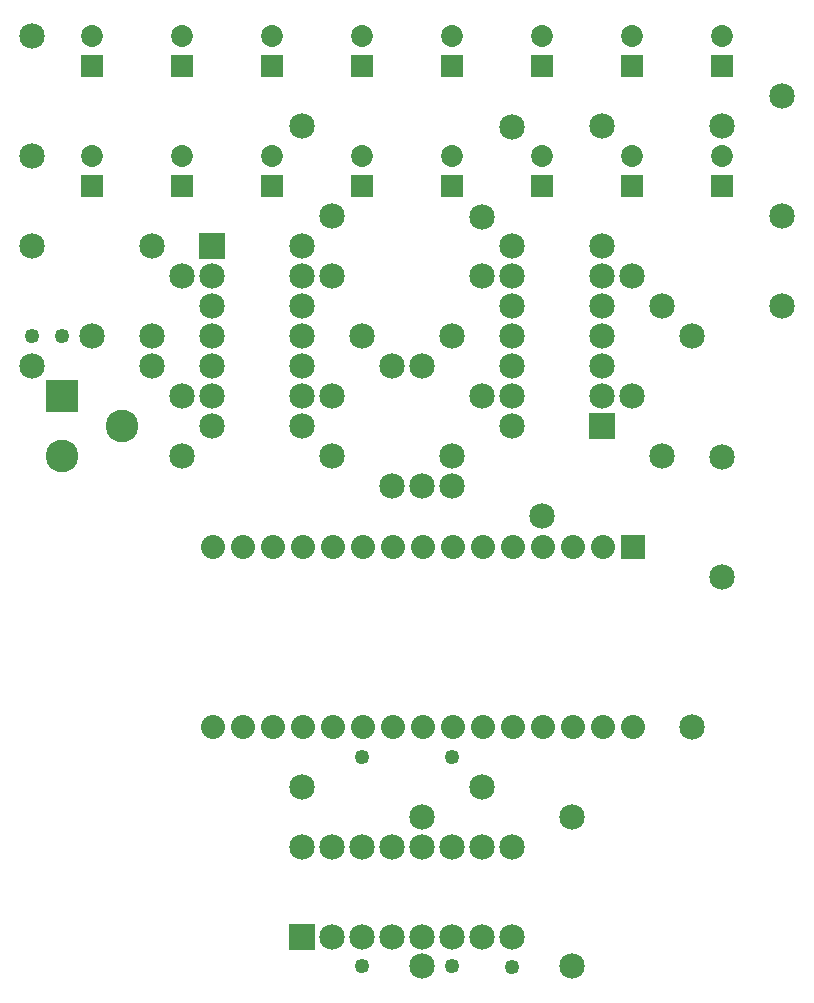
<source format=gbs>
G04 MADE WITH FRITZING*
G04 WWW.FRITZING.ORG*
G04 DOUBLE SIDED*
G04 HOLES PLATED*
G04 CONTOUR ON CENTER OF CONTOUR VECTOR*
%ASAXBY*%
%FSLAX23Y23*%
%MOIN*%
%OFA0B0*%
%SFA1.0B1.0*%
%ADD10C,0.080000*%
%ADD11C,0.085000*%
%ADD12C,0.072992*%
%ADD13C,0.109000*%
%ADD14C,0.049370*%
%ADD15R,0.080000X0.079972*%
%ADD16R,0.085000X0.085000*%
%ADD17R,0.072992X0.072992*%
%ADD18R,0.109000X0.109000*%
%LNMASK0*%
G90*
G70*
G54D10*
X2068Y1646D03*
X1968Y1646D03*
X1868Y1646D03*
X1768Y1646D03*
X1668Y1646D03*
X1568Y1646D03*
X1468Y1646D03*
X1368Y1646D03*
X1268Y1646D03*
X1168Y1646D03*
X1068Y1646D03*
X968Y1646D03*
X868Y1646D03*
X768Y1646D03*
X668Y1646D03*
X2068Y1046D03*
X1968Y1046D03*
X1868Y1046D03*
X1768Y1046D03*
X1668Y1046D03*
X1568Y1046D03*
X1468Y1046D03*
X1368Y1046D03*
X1268Y1046D03*
X1168Y1046D03*
X1068Y1046D03*
X968Y1046D03*
X868Y1046D03*
X768Y1046D03*
X668Y1046D03*
G54D11*
X967Y346D03*
X967Y646D03*
X1067Y346D03*
X1067Y646D03*
X1167Y346D03*
X1167Y646D03*
X1267Y346D03*
X1267Y646D03*
X1367Y346D03*
X1367Y646D03*
X1467Y346D03*
X1467Y646D03*
X1567Y346D03*
X1567Y646D03*
X1667Y346D03*
X1667Y646D03*
G54D12*
X266Y3249D03*
X266Y3347D03*
X566Y3249D03*
X566Y3347D03*
X866Y3249D03*
X866Y3347D03*
X1166Y3249D03*
X1166Y3347D03*
X1466Y3249D03*
X1466Y3347D03*
X1766Y3249D03*
X1766Y3347D03*
X2066Y3249D03*
X2066Y3347D03*
X2366Y3249D03*
X2366Y3347D03*
X1766Y2849D03*
X1766Y2947D03*
X566Y2849D03*
X566Y2947D03*
X1166Y2849D03*
X1166Y2947D03*
X2366Y2849D03*
X2366Y2947D03*
X2066Y2849D03*
X2066Y2947D03*
X1466Y2849D03*
X1466Y2947D03*
X866Y2849D03*
X866Y2947D03*
X266Y2849D03*
X266Y2947D03*
G54D11*
X666Y2647D03*
X666Y2547D03*
X666Y2447D03*
X666Y2347D03*
X666Y2247D03*
X666Y2147D03*
X666Y2047D03*
X966Y2047D03*
X966Y2147D03*
X966Y2247D03*
X966Y2347D03*
X966Y2447D03*
X966Y2547D03*
X966Y2647D03*
X1966Y2047D03*
X1966Y2147D03*
X1966Y2247D03*
X1966Y2347D03*
X1966Y2447D03*
X1966Y2547D03*
X1966Y2647D03*
X1666Y2647D03*
X1666Y2547D03*
X1666Y2447D03*
X1666Y2347D03*
X1666Y2247D03*
X1666Y2147D03*
X1666Y2047D03*
G54D13*
X166Y1947D03*
X166Y2147D03*
X366Y2047D03*
G54D11*
X566Y2547D03*
X566Y2147D03*
X1566Y2547D03*
X1566Y2147D03*
X1066Y2547D03*
X1066Y2147D03*
X2066Y2547D03*
X2066Y2147D03*
X1166Y2347D03*
X1466Y2347D03*
X1367Y746D03*
X1867Y746D03*
X1666Y3046D03*
X1566Y2746D03*
X1866Y247D03*
X1366Y247D03*
X1066Y2747D03*
X966Y3047D03*
X1466Y1847D03*
X1766Y1747D03*
X266Y2347D03*
X466Y2347D03*
X967Y846D03*
X1567Y846D03*
X2266Y2347D03*
X2267Y1046D03*
X1466Y1947D03*
X2166Y1947D03*
X566Y1947D03*
X1066Y1947D03*
G54D14*
X1466Y247D03*
X1667Y246D03*
X1167Y946D03*
X1467Y946D03*
X1166Y247D03*
X66Y2347D03*
X166Y2347D03*
G54D11*
X66Y3347D03*
X66Y2947D03*
X66Y2247D03*
X466Y2247D03*
X1266Y2247D03*
X1266Y1847D03*
X1366Y2247D03*
X1366Y1847D03*
X66Y2647D03*
X466Y2647D03*
X2166Y2447D03*
X2566Y2447D03*
X2366Y3047D03*
X1966Y3047D03*
X2566Y2747D03*
X2566Y3147D03*
X2367Y1946D03*
X2367Y1546D03*
G54D15*
X2068Y1646D03*
G54D16*
X967Y346D03*
G54D17*
X266Y3249D03*
X566Y3249D03*
X866Y3249D03*
X1166Y3249D03*
X1466Y3249D03*
X1766Y3249D03*
X2066Y3249D03*
X2366Y3249D03*
X1766Y2849D03*
X566Y2849D03*
X1166Y2849D03*
X2366Y2849D03*
X2066Y2849D03*
X1466Y2849D03*
X866Y2849D03*
X266Y2849D03*
G54D16*
X666Y2647D03*
X1966Y2047D03*
G54D18*
X166Y2147D03*
G04 End of Mask0*
M02*
</source>
